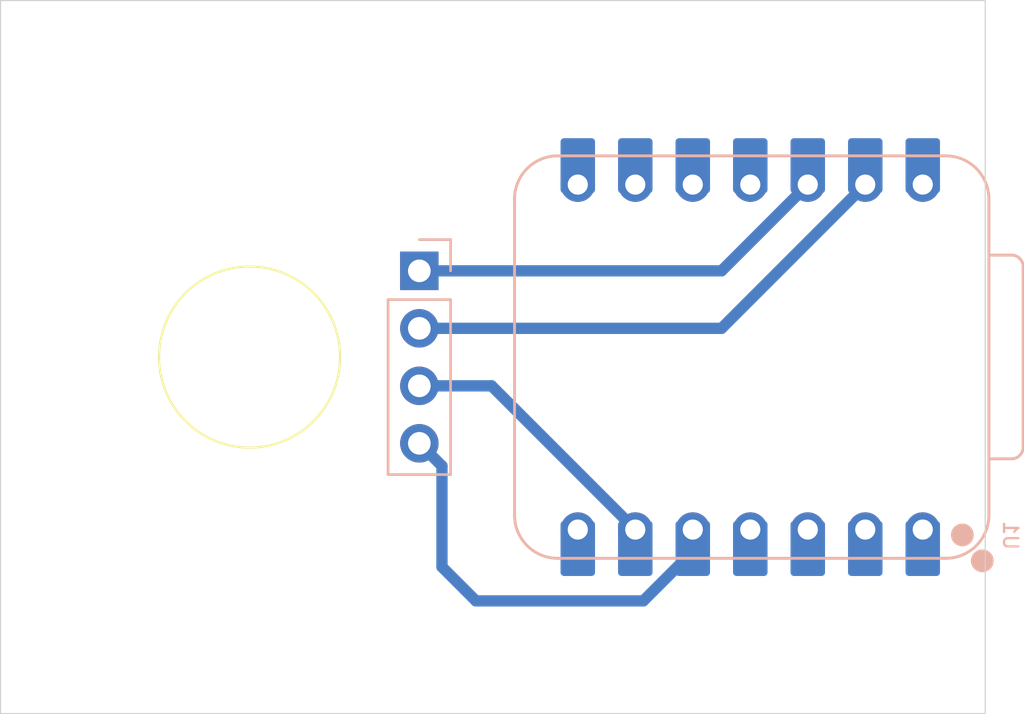
<source format=kicad_pcb>
(kicad_pcb (version 20241229) (generator "pcbnew") (generator_version "9.0")
  (layers (0 "F.Cu" signal) (2 "B.Cu" signal) (13 "F.Paste" user) (15 "B.Paste" user) (5 "F.SilkS" user "F.Silkscreen") (7 "B.SilkS" user "B.Silkscreen") (1 "F.Mask" user) (3 "B.Mask" user) (25 "Edge.Cuts" user))
  (net 0 "")
  (net 1 "+3.3V")
  (net 12 "GND")
  (net 13 "SDA")
  (net 14 "SCL")
  (footprint "MountingHole:MountingHole_2.1mm" (layer "F.Cu") (at 197 95.5)
    (property "Reference" "REF**" (hide yes))
    (property "Value" "MountingHole_2.1mm" (hide yes))
    (pad "" np_thru_hole circle (at 0 0) (size 2.1 2.1) (drill 2.1) (layers "*.Cu" "*.Mask"))
  )
  (footprint "MountingHole:MountingHole_2.1mm" (layer "F.Cu") (at 197 70)
    (property "Reference" "REF**" (hide yes))
    (property "Value" "MountingHole_2.1mm" (hide yes))
    (pad "" np_thru_hole circle (at 0 0) (size 2.1 2.1) (drill 2.1) (layers "*.Cu" "*.Mask"))
  )
  (footprint "MountingHole:MountingHole_2.1mm" (layer "F.Cu") (at 159.5 70)
    (property "Reference" "REF**" (hide yes))
    (property "Value" "MountingHole_2.1mm" (hide yes))
    (pad "" np_thru_hole circle (at 0 0) (size 2.1 2.1) (drill 2.1) (layers "*.Cu" "*.Mask"))
  )
  (footprint "MountingHole:MountingHole_2.1mm" (layer "F.Cu") (at 159.5 95.5)
    (property "Reference" "REF**" (hide yes))
    (property "Value" "MountingHole_2.1mm" (hide yes))
    (pad "" np_thru_hole circle (at 0 0) (size 2.1 2.1) (drill 2.1) (layers "*.Cu" "*.Mask"))
  )
  (footprint "Connector_PinHeader_2.54mm:PinHeader_1x04_P2.54mm_Vertical" (layer "B.Cu") (at 175 78.92 180)
    (property "Reference" "J1" (hide yes))
    (property "Value" "Conn_01x04_Pin")
    (fp_line (start 1.38 -1.27) (end 1.38 -9) (stroke (width 0.12)) (layer "B.SilkS"))
    (fp_line (start -1.38 1.38) (end 0 1.38) (stroke (width 0.12)) (layer "B.SilkS"))
    (fp_line (start -1.38 0) (end -1.38 1.38) (stroke (width 0.12)) (layer "B.SilkS"))
    (fp_line (start -1.38 -1.27) (end 1.38 -1.27) (stroke (width 0.12)) (layer "B.SilkS"))
    (fp_line (start -1.38 -1.27) (end -1.38 -9) (stroke (width 0.12)) (layer "B.SilkS"))
    (fp_line (start -1.38 -9) (end 1.38 -9) (stroke (width 0.12)) (layer "B.SilkS"))
    (pad "1" thru_hole rect (at 0 0 180) (size 1.7 1.7) (drill 1) (layers "*.Cu" "*.Mask") (net 1 "+3.3V"))
    (pad "2" thru_hole circle (at 0 -2.54 180) (size 1.7 1.7) (drill 1) (layers "*.Cu" "*.Mask") (net 12 "GND"))
    (pad "3" thru_hole circle (at 0 -5.08 180) (size 1.7 1.7) (drill 1) (layers "*.Cu" "*.Mask") (net 14 "SCL"))
    (pad "4" thru_hole circle (at 0 -7.62 180) (size 1.7 1.7) (drill 1) (layers "*.Cu" "*.Mask") (net 13 "SDA"))
  )
  (footprint "Seeed Studio XIAO Series Library:XIAO-ESP32C3-DIP" (layer "B.Cu") (at 189.62 82.61 90)
    (property "Reference" "U1" (at -8 11.5 270) (layer "B.SilkS") (effects (font (size 0.635 0.635) (thickness 0.1016)) (justify mirror)))
    (property "Value" "XIAO-ESP32-C3-SMD")
    (fp_line (start -7.105 -10.414) (end 6.865 -10.414) (stroke (width 0.127)) (layer "B.SilkS"))
    (fp_line (start 8.77 -8.509) (end 8.77 8.636) (stroke (width 0.127)) (layer "B.SilkS"))
    (fp_line (start -9.01 -8.509) (end -9.01 8.636) (stroke (width 0.127)) (layer "B.SilkS"))
    (fp_line (start 6.865 10.541) (end -7.105 10.541) (stroke (width 0.1)) (layer "B.SilkS"))
    (fp_line (start 6.865 10.541) (end -7.105 10.541) (stroke (width 0.127)) (layer "B.SilkS"))
    (fp_line (start -4.615 10.541) (end -4.611272 11.551272) (stroke (width 0.127)) (layer "B.SilkS"))
    (fp_line (start 4.384 11.551) (end 4.384 10.541) (stroke (width 0.127)) (layer "B.SilkS"))
    (fp_line (start -4.111272 12.051) (end 3.884 12.051) (stroke (width 0.127)) (layer "B.SilkS"))
    (fp_arc (start 6.865 -10.414) (mid 8.212038 -9.856038) (end 8.77 -8.509) (stroke (width 0.127)) (layer "B.SilkS"))
    (fp_arc (start -9.01 -8.509) (mid -8.452038 -9.856038) (end -7.105 -10.414) (stroke (width 0.127)) (layer "B.SilkS"))
    (fp_arc (start 8.77 8.636) (mid 8.212038 9.983038) (end 6.865 10.541) (stroke (width 0.127)) (layer "B.SilkS"))
    (fp_arc (start -7.105 10.541) (mid -8.452038 9.983038) (end -9.01 8.636) (stroke (width 0.127)) (layer "B.SilkS"))
    (fp_arc (start 4.384 11.551) (mid 4.237553 11.904553) (end 3.884 12.051) (stroke (width 0.127)) (layer "B.SilkS"))
    (fp_arc (start -4.111272 12.051) (mid -4.464724 11.904644) (end -4.611272 11.551272) (stroke (width 0.127)) (layer "B.SilkS"))
    (fp_circle (center -7.977 9.37) (end -7.977 9.624) (stroke (width 0.5)) (fill yes) (layer "B.SilkS"))
    (fp_circle (center -9.12 10.25) (end -9.12 10.504) (stroke (width 0.5)) (fill yes) (layer "B.SilkS"))
    (pad "1" smd roundrect (at -8.575 7.62 270) (size 2.432 1.524) (layers "B.Cu" "B.Mask") (roundrect_rratio 0.1))
    (pad "1" thru_hole circle (at -7.74 7.62 270) (size 1.524 1.524) (drill 0.889) (layers "*.Cu" "*.Mask"))
    (pad "2" smd roundrect (at -8.575 5.08 270) (size 2.432 1.524) (layers "B.Cu" "B.Mask") (roundrect_rratio 0.1))
    (pad "2" thru_hole circle (at -7.74 5.08 270) (size 1.524 1.524) (drill 0.889) (layers "*.Cu" "*.Mask"))
    (pad "3" smd roundrect (at -8.575 2.54 270) (size 2.432 1.524) (layers "B.Cu" "B.Mask") (roundrect_rratio 0.1))
    (pad "3" thru_hole circle (at -7.74 2.54 270) (size 1.524 1.524) (drill 0.889) (layers "*.Cu" "*.Mask"))
    (pad "4" smd roundrect (at -8.575 0 270) (size 2.432 1.524) (layers "B.Cu" "B.Mask") (roundrect_rratio 0.1))
    (pad "4" thru_hole circle (at -7.74 0 270) (size 1.524 1.524) (drill 0.889) (layers "*.Cu" "*.Mask"))
    (pad "5" smd roundrect (at -8.575 -2.54 270) (size 2.432 1.524) (layers "B.Cu" "B.Mask") (roundrect_rratio 0.1) (net 13 "SDA"))
    (pad "5" thru_hole circle (at -7.74 -2.54 270) (size 1.524 1.524) (drill 0.889) (layers "*.Cu" "*.Mask") (net 13 "SDA"))
    (pad "6" smd roundrect (at -8.575 -5.08 270) (size 2.432 1.524) (layers "B.Cu" "B.Mask") (roundrect_rratio 0.1) (net 14 "SCL"))
    (pad "6" thru_hole circle (at -7.74 -5.08 270) (size 1.524 1.524) (drill 0.889) (layers "*.Cu" "*.Mask") (net 14 "SCL"))
    (pad "7" smd roundrect (at -8.575 -7.62 270) (size 2.432 1.524) (layers "B.Cu" "B.Mask") (roundrect_rratio 0.1))
    (pad "7" thru_hole circle (at -7.74 -7.62 270) (size 1.524 1.524) (drill 0.889) (layers "*.Cu" "*.Mask"))
    (pad "8" thru_hole circle (at 7.5 -7.62 90) (size 1.524 1.524) (drill 0.889) (layers "*.Cu" "*.Mask"))
    (pad "8" smd roundrect (at 8.335 -7.62 90) (size 2.432 1.524) (layers "B.Cu" "B.Mask") (roundrect_rratio 0.1))
    (pad "9" thru_hole circle (at 7.5 -5.08 90) (size 1.524 1.524) (drill 0.889) (layers "*.Cu" "*.Mask"))
    (pad "9" smd roundrect (at 8.335 -5.08 90) (size 2.432 1.524) (layers "B.Cu" "B.Mask") (roundrect_rratio 0.1))
    (pad "10" thru_hole circle (at 7.5 -2.54 90) (size 1.524 1.524) (drill 0.889) (layers "*.Cu" "*.Mask"))
    (pad "10" smd roundrect (at 8.335 -2.54 90) (size 2.432 1.524) (layers "B.Cu" "B.Mask") (roundrect_rratio 0.1))
    (pad "11" thru_hole circle (at 7.5 0 90) (size 1.524 1.524) (drill 0.889) (layers "*.Cu" "*.Mask"))
    (pad "11" smd roundrect (at 8.335 0 90) (size 2.432 1.524) (layers "B.Cu" "B.Mask") (roundrect_rratio 0.1))
    (pad "12" thru_hole circle (at 7.5 2.54 90) (size 1.524 1.524) (drill 0.889) (layers "*.Cu" "*.Mask") (net 1 "+3.3V"))
    (pad "12" smd roundrect (at 8.335 2.54 90) (size 2.432 1.524) (layers "B.Cu" "B.Mask") (roundrect_rratio 0.1) (net 1 "+3.3V"))
    (pad "13" thru_hole circle (at 7.5 5.08 90) (size 1.524 1.524) (drill 0.889) (layers "*.Cu" "*.Mask") (net 12 "GND"))
    (pad "13" smd roundrect (at 8.335 5.08 90) (size 2.432 1.524) (layers "B.Cu" "B.Mask") (roundrect_rratio 0.1) (net 12 "GND"))
    (pad "14" thru_hole circle (at 7.5 7.62 90) (size 1.524 1.524) (drill 0.889) (layers "*.Cu" "*.Mask"))
    (pad "14" smd roundrect (at 8.335 7.62 90) (size 2.432 1.524) (layers "B.Cu" "B.Mask") (roundrect_rratio 0.1))
  )
  (gr_circle (center 167.5 82.73) (end 163.5 82.73) (stroke (width 0.1)) (fill no) (layer "F.SilkS"))
  (gr_rect (start 156.5 66.98) (end 200 98.48) (stroke (width 0.05)) (fill no) (layer "Edge.Cuts"))
  (segment (start 188.35 78.92) (end 175 78.92) (width 0.5) (layer "B.Cu") (net 1))
  (segment (start 192.16 75.11) (end 188.35 78.92) (width 0.5) (layer "B.Cu") (net 1))
  (segment (start 194.7 75.11) (end 188.35 81.46) (width 0.5) (layer "B.Cu") (net 12))
  (segment (start 188.35 81.46) (end 175 81.46) (width 0.5) (layer "B.Cu") (net 12))
  (segment (start 176 92) (end 176 87.54) (width 0.5) (layer "B.Cu") (net 13))
  (segment (start 187.08 90.35) (end 187.08 91.31718) (width 0.5) (layer "B.Cu") (net 13))
  (segment (start 184.89718 93.5) (end 177.5 93.5) (width 0.5) (layer "B.Cu") (net 13))
  (segment (start 176 87.54) (end 175 86.54) (width 0.5) (layer "B.Cu") (net 13))
  (segment (start 187.08 91.31718) (end 184.89718 93.5) (width 0.5) (layer "B.Cu") (net 13))
  (segment (start 177.5 93.5) (end 176 92) (width 0.5) (layer "B.Cu") (net 13))
  (segment (start 184.54 90.35) (end 178.19 84) (width 0.5) (layer "B.Cu") (net 14))
  (segment (start 178.19 84) (end 175 84) (width 0.5) (layer "B.Cu") (net 14))
)
</source>
